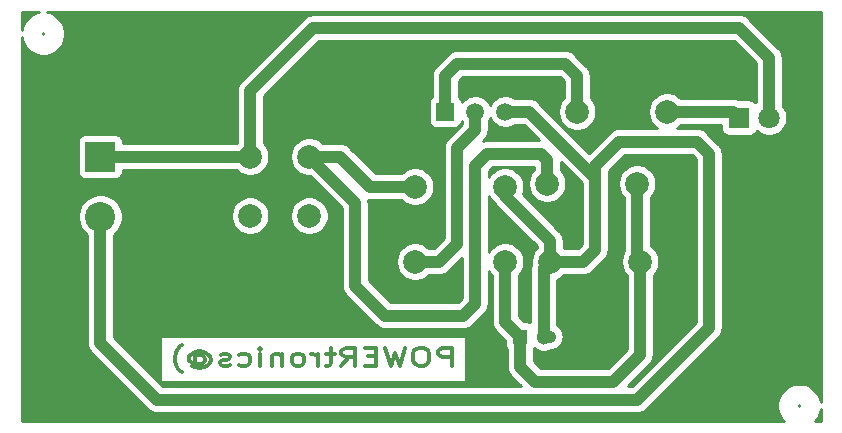
<source format=gbr>
%TF.GenerationSoftware,KiCad,Pcbnew,(5.1.6)-1*%
%TF.CreationDate,2020-09-07T11:51:13+05:30*%
%TF.ProjectId,fading led lights,66616469-6e67-4206-9c65-64206c696768,rev?*%
%TF.SameCoordinates,Original*%
%TF.FileFunction,Copper,L2,Bot*%
%TF.FilePolarity,Positive*%
%FSLAX46Y46*%
G04 Gerber Fmt 4.6, Leading zero omitted, Abs format (unit mm)*
G04 Created by KiCad (PCBNEW (5.1.6)-1) date 2020-09-07 11:51:13*
%MOMM*%
%LPD*%
G01*
G04 APERTURE LIST*
%TA.AperFunction,NonConductor*%
%ADD10C,0.300000*%
%TD*%
%TA.AperFunction,ComponentPad*%
%ADD11R,1.300000X1.300000*%
%TD*%
%TA.AperFunction,ComponentPad*%
%ADD12C,1.300000*%
%TD*%
%TA.AperFunction,ComponentPad*%
%ADD13R,1.800000X1.800000*%
%TD*%
%TA.AperFunction,ComponentPad*%
%ADD14C,1.800000*%
%TD*%
%TA.AperFunction,ComponentPad*%
%ADD15R,2.540000X2.540000*%
%TD*%
%TA.AperFunction,ComponentPad*%
%ADD16C,2.540000*%
%TD*%
%TA.AperFunction,ComponentPad*%
%ADD17C,1.520000*%
%TD*%
%TA.AperFunction,ComponentPad*%
%ADD18R,1.520000X1.520000*%
%TD*%
%TA.AperFunction,ComponentPad*%
%ADD19C,1.998980*%
%TD*%
%TA.AperFunction,ComponentPad*%
%ADD20C,2.000000*%
%TD*%
%TA.AperFunction,Conductor*%
%ADD21C,1.000000*%
%TD*%
%TA.AperFunction,NonConductor*%
%ADD22C,0.254000*%
%TD*%
G04 APERTURE END LIST*
D10*
X145318285Y-110406571D02*
X145318285Y-108906571D01*
X144556380Y-108906571D01*
X144365904Y-108978000D01*
X144270666Y-109049428D01*
X144175428Y-109192285D01*
X144175428Y-109406571D01*
X144270666Y-109549428D01*
X144365904Y-109620857D01*
X144556380Y-109692285D01*
X145318285Y-109692285D01*
X142937333Y-108906571D02*
X142556380Y-108906571D01*
X142365904Y-108978000D01*
X142175428Y-109120857D01*
X142080190Y-109406571D01*
X142080190Y-109906571D01*
X142175428Y-110192285D01*
X142365904Y-110335142D01*
X142556380Y-110406571D01*
X142937333Y-110406571D01*
X143127809Y-110335142D01*
X143318285Y-110192285D01*
X143413523Y-109906571D01*
X143413523Y-109406571D01*
X143318285Y-109120857D01*
X143127809Y-108978000D01*
X142937333Y-108906571D01*
X141413523Y-108906571D02*
X140937333Y-110406571D01*
X140556380Y-109335142D01*
X140175428Y-110406571D01*
X139699238Y-108906571D01*
X138937333Y-109620857D02*
X138270666Y-109620857D01*
X137984952Y-110406571D02*
X138937333Y-110406571D01*
X138937333Y-108906571D01*
X137984952Y-108906571D01*
X135984952Y-110406571D02*
X136651619Y-109692285D01*
X137127809Y-110406571D02*
X137127809Y-108906571D01*
X136365904Y-108906571D01*
X136175428Y-108978000D01*
X136080190Y-109049428D01*
X135984952Y-109192285D01*
X135984952Y-109406571D01*
X136080190Y-109549428D01*
X136175428Y-109620857D01*
X136365904Y-109692285D01*
X137127809Y-109692285D01*
X135413523Y-109406571D02*
X134651619Y-109406571D01*
X135127809Y-108906571D02*
X135127809Y-110192285D01*
X135032571Y-110335142D01*
X134842095Y-110406571D01*
X134651619Y-110406571D01*
X133984952Y-110406571D02*
X133984952Y-109406571D01*
X133984952Y-109692285D02*
X133889714Y-109549428D01*
X133794476Y-109478000D01*
X133604000Y-109406571D01*
X133413523Y-109406571D01*
X132461142Y-110406571D02*
X132651619Y-110335142D01*
X132746857Y-110263714D01*
X132842095Y-110120857D01*
X132842095Y-109692285D01*
X132746857Y-109549428D01*
X132651619Y-109478000D01*
X132461142Y-109406571D01*
X132175428Y-109406571D01*
X131984952Y-109478000D01*
X131889714Y-109549428D01*
X131794476Y-109692285D01*
X131794476Y-110120857D01*
X131889714Y-110263714D01*
X131984952Y-110335142D01*
X132175428Y-110406571D01*
X132461142Y-110406571D01*
X130937333Y-109406571D02*
X130937333Y-110406571D01*
X130937333Y-109549428D02*
X130842095Y-109478000D01*
X130651619Y-109406571D01*
X130365904Y-109406571D01*
X130175428Y-109478000D01*
X130080190Y-109620857D01*
X130080190Y-110406571D01*
X129127809Y-110406571D02*
X129127809Y-109406571D01*
X129127809Y-108906571D02*
X129223047Y-108978000D01*
X129127809Y-109049428D01*
X129032571Y-108978000D01*
X129127809Y-108906571D01*
X129127809Y-109049428D01*
X127318285Y-110335142D02*
X127508761Y-110406571D01*
X127889714Y-110406571D01*
X128080190Y-110335142D01*
X128175428Y-110263714D01*
X128270666Y-110120857D01*
X128270666Y-109692285D01*
X128175428Y-109549428D01*
X128080190Y-109478000D01*
X127889714Y-109406571D01*
X127508761Y-109406571D01*
X127318285Y-109478000D01*
X126556380Y-110335142D02*
X126365904Y-110406571D01*
X125984952Y-110406571D01*
X125794476Y-110335142D01*
X125699238Y-110192285D01*
X125699238Y-110120857D01*
X125794476Y-109978000D01*
X125984952Y-109906571D01*
X126270666Y-109906571D01*
X126461142Y-109835142D01*
X126556380Y-109692285D01*
X126556380Y-109620857D01*
X126461142Y-109478000D01*
X126270666Y-109406571D01*
X125984952Y-109406571D01*
X125794476Y-109478000D01*
X123604000Y-109692285D02*
X123699238Y-109620857D01*
X123889714Y-109549428D01*
X124080190Y-109549428D01*
X124270666Y-109620857D01*
X124365904Y-109692285D01*
X124461142Y-109835142D01*
X124461142Y-109978000D01*
X124365904Y-110120857D01*
X124270666Y-110192285D01*
X124080190Y-110263714D01*
X123889714Y-110263714D01*
X123699238Y-110192285D01*
X123604000Y-110120857D01*
X123604000Y-109549428D02*
X123604000Y-110120857D01*
X123508761Y-110192285D01*
X123413523Y-110192285D01*
X123223047Y-110120857D01*
X123127809Y-109978000D01*
X123127809Y-109620857D01*
X123318285Y-109406571D01*
X123604000Y-109263714D01*
X123984952Y-109192285D01*
X124365904Y-109263714D01*
X124651619Y-109406571D01*
X124842095Y-109620857D01*
X124937333Y-109906571D01*
X124842095Y-110192285D01*
X124651619Y-110406571D01*
X124365904Y-110549428D01*
X123984952Y-110620857D01*
X123604000Y-110549428D01*
X123318285Y-110406571D01*
X122461142Y-110978000D02*
X122365904Y-110906571D01*
X122175428Y-110692285D01*
X122080190Y-110549428D01*
X121984952Y-110335142D01*
X121889714Y-109978000D01*
X121889714Y-109692285D01*
X121984952Y-109335142D01*
X122080190Y-109120857D01*
X122175428Y-108978000D01*
X122365904Y-108763714D01*
X122461142Y-108692285D01*
D11*
%TO.P,C1,1*%
%TO.N,Net-(C1-Pad1)*%
X151130000Y-107950000D03*
D12*
%TO.P,C1,2*%
%TO.N,Net-(C1-Pad2)*%
X153130000Y-107950000D03*
%TD*%
D13*
%TO.P,D1,1*%
%TO.N,Net-(D1-Pad1)*%
X169672000Y-89408000D03*
D14*
%TO.P,D1,2*%
%TO.N,Net-(D1-Pad2)*%
X172212000Y-89408000D03*
%TD*%
D15*
%TO.P,J1,1*%
%TO.N,Net-(D1-Pad2)*%
X115570000Y-92710000D03*
D16*
%TO.P,J1,2*%
%TO.N,Net-(C1-Pad2)*%
X115570000Y-97790000D03*
%TD*%
D17*
%TO.P,Q1,2*%
%TO.N,Net-(Q1-Pad2)*%
X147320000Y-88900000D03*
%TO.P,Q1,3*%
%TO.N,Net-(C1-Pad2)*%
X149860000Y-88900000D03*
D18*
%TO.P,Q1,1*%
%TO.N,Net-(Q1-Pad1)*%
X144780000Y-88900000D03*
%TD*%
D19*
%TO.P,R1,1*%
%TO.N,Net-(R1-Pad1)*%
X142240000Y-95250000D03*
%TO.P,R1,2*%
%TO.N,Net-(C1-Pad2)*%
X149860000Y-95250000D03*
%TD*%
%TO.P,R2,1*%
%TO.N,Net-(C1-Pad1)*%
X161036000Y-94996000D03*
%TO.P,R2,2*%
%TO.N,Net-(R1-Pad1)*%
X153416000Y-94996000D03*
%TD*%
%TO.P,R3,1*%
%TO.N,Net-(C1-Pad1)*%
X161290000Y-101600000D03*
%TO.P,R3,2*%
%TO.N,Net-(C1-Pad2)*%
X153670000Y-101600000D03*
%TD*%
%TO.P,R4,1*%
%TO.N,Net-(Q1-Pad2)*%
X142240000Y-101600000D03*
%TO.P,R4,2*%
%TO.N,Net-(C1-Pad1)*%
X149860000Y-101600000D03*
%TD*%
%TO.P,R5,1*%
%TO.N,Net-(D1-Pad1)*%
X163576000Y-88900000D03*
%TO.P,R5,2*%
%TO.N,Net-(Q1-Pad1)*%
X155956000Y-88900000D03*
%TD*%
D20*
%TO.P,SW1,1*%
%TO.N,Net-(D1-Pad2)*%
X128270000Y-92710000D03*
%TO.P,SW1,2*%
%TO.N,Net-(R1-Pad1)*%
X133270000Y-92710000D03*
%TO.P,SW1,4*%
%TO.N,N/C*%
X133270000Y-97710000D03*
%TO.P,SW1,3*%
X128270000Y-97710000D03*
%TD*%
D21*
%TO.N,Net-(C1-Pad1)*%
X161036000Y-94996000D02*
X161036000Y-101346000D01*
X161036000Y-101346000D02*
X161290000Y-101600000D01*
X151130000Y-107950000D02*
X151130000Y-110490000D01*
X161290000Y-109474000D02*
X161290000Y-101600000D01*
X159004000Y-111760000D02*
X161290000Y-109474000D01*
X152400000Y-111760000D02*
X159004000Y-111760000D01*
X151130000Y-110490000D02*
X152400000Y-111760000D01*
X149860000Y-101600000D02*
X149860000Y-106680000D01*
X149860000Y-106680000D02*
X151130000Y-107950000D01*
%TO.N,Net-(C1-Pad2)*%
X157480000Y-94488000D02*
X157480000Y-93472000D01*
X115570000Y-108458000D02*
X115570000Y-97790000D01*
X120396000Y-113284000D02*
X115570000Y-108458000D01*
X161036000Y-113284000D02*
X120396000Y-113284000D01*
X167132000Y-107188000D02*
X161036000Y-113284000D01*
X167132000Y-92456000D02*
X167132000Y-107188000D01*
X166116000Y-91440000D02*
X167132000Y-92456000D01*
X159512000Y-91440000D02*
X166116000Y-91440000D01*
X157480000Y-93472000D02*
X159512000Y-91440000D01*
X149860000Y-88900000D02*
X151892000Y-88900000D01*
X153130000Y-107950000D02*
X153130000Y-102140000D01*
X153130000Y-102140000D02*
X153670000Y-101600000D01*
X153130000Y-107950000D02*
X153670000Y-107950000D01*
X153670000Y-101600000D02*
X156464000Y-101600000D01*
X157480000Y-94488000D02*
X151892000Y-88900000D01*
X157480000Y-100584000D02*
X157480000Y-94488000D01*
X156464000Y-101600000D02*
X157480000Y-100584000D01*
X153130000Y-102140000D02*
X153670000Y-101600000D01*
X149860000Y-95250000D02*
X149860000Y-96012000D01*
X149860000Y-96012000D02*
X153670000Y-99822000D01*
X153670000Y-99822000D02*
X153670000Y-101600000D01*
%TO.N,Net-(D1-Pad1)*%
X163576000Y-88900000D02*
X169164000Y-88900000D01*
X169164000Y-88900000D02*
X169672000Y-89408000D01*
%TO.N,Net-(D1-Pad2)*%
X128270000Y-92710000D02*
X128270000Y-87122000D01*
X172212000Y-84328000D02*
X172212000Y-89408000D01*
X169672000Y-81788000D02*
X172212000Y-84328000D01*
X133604000Y-81788000D02*
X169672000Y-81788000D01*
X128270000Y-87122000D02*
X133604000Y-81788000D01*
X128270000Y-92710000D02*
X115570000Y-92710000D01*
%TO.N,Net-(Q1-Pad2)*%
X142240000Y-101600000D02*
X144272000Y-101600000D01*
X147320000Y-90424000D02*
X147320000Y-88900000D01*
X145796000Y-91948000D02*
X147320000Y-90424000D01*
X145796000Y-100076000D02*
X145796000Y-91948000D01*
X144272000Y-101600000D02*
X145796000Y-100076000D01*
%TO.N,Net-(Q1-Pad1)*%
X155956000Y-88900000D02*
X155956000Y-85852000D01*
X144780000Y-85852000D02*
X144780000Y-88900000D01*
X145796000Y-84836000D02*
X144780000Y-85852000D01*
X154940000Y-84836000D02*
X145796000Y-84836000D01*
X155956000Y-85852000D02*
X154940000Y-84836000D01*
%TO.N,Net-(R1-Pad1)*%
X153416000Y-94996000D02*
X153416000Y-92964000D01*
X137160000Y-96600000D02*
X133270000Y-92710000D01*
X137160000Y-103632000D02*
X137160000Y-96600000D01*
X139700000Y-106172000D02*
X137160000Y-103632000D01*
X146304000Y-106172000D02*
X139700000Y-106172000D01*
X147320000Y-105156000D02*
X146304000Y-106172000D01*
X147320000Y-93472000D02*
X147320000Y-105156000D01*
X148336000Y-92456000D02*
X147320000Y-93472000D01*
X152908000Y-92456000D02*
X148336000Y-92456000D01*
X153416000Y-92964000D02*
X152908000Y-92456000D01*
X142240000Y-95250000D02*
X138430000Y-95250000D01*
X135890000Y-92710000D02*
X133270000Y-92710000D01*
X138430000Y-95250000D02*
X135890000Y-92710000D01*
%TD*%
D22*
G36*
X176582000Y-115114000D02*
G01*
X176056107Y-115114000D01*
X176194378Y-114975729D01*
X176397597Y-114671590D01*
X176537577Y-114333649D01*
X176582000Y-114110319D01*
X176582000Y-115114000D01*
G37*
X176582000Y-115114000D02*
X176056107Y-115114000D01*
X176194378Y-114975729D01*
X176397597Y-114671590D01*
X176537577Y-114333649D01*
X176582000Y-114110319D01*
X176582000Y-115114000D01*
G36*
X176582000Y-113473681D02*
G01*
X176537577Y-113250351D01*
X176397597Y-112912410D01*
X176194378Y-112608271D01*
X175935729Y-112349622D01*
X175631590Y-112146403D01*
X175293649Y-112006423D01*
X174934892Y-111935062D01*
X174569108Y-111935062D01*
X174210351Y-112006423D01*
X173872410Y-112146403D01*
X173568271Y-112349622D01*
X173309622Y-112608271D01*
X173106403Y-112912410D01*
X172966423Y-113250351D01*
X172895062Y-113609108D01*
X172895062Y-113974892D01*
X172966423Y-114333649D01*
X173106403Y-114671590D01*
X173309622Y-114975729D01*
X173447893Y-115114000D01*
X108914000Y-115114000D01*
X108914000Y-91440000D01*
X113661928Y-91440000D01*
X113661928Y-93980000D01*
X113674188Y-94104482D01*
X113710498Y-94224180D01*
X113769463Y-94334494D01*
X113848815Y-94431185D01*
X113945506Y-94510537D01*
X114055820Y-94569502D01*
X114175518Y-94605812D01*
X114300000Y-94618072D01*
X116840000Y-94618072D01*
X116964482Y-94605812D01*
X117084180Y-94569502D01*
X117194494Y-94510537D01*
X117291185Y-94431185D01*
X117370537Y-94334494D01*
X117429502Y-94224180D01*
X117465812Y-94104482D01*
X117478072Y-93980000D01*
X117478072Y-93845000D01*
X127092761Y-93845000D01*
X127227748Y-93979987D01*
X127495537Y-94158918D01*
X127793088Y-94282168D01*
X128108967Y-94345000D01*
X128431033Y-94345000D01*
X128746912Y-94282168D01*
X129044463Y-94158918D01*
X129312252Y-93979987D01*
X129539987Y-93752252D01*
X129718918Y-93484463D01*
X129842168Y-93186912D01*
X129905000Y-92871033D01*
X129905000Y-92548967D01*
X129842168Y-92233088D01*
X129718918Y-91935537D01*
X129539987Y-91667748D01*
X129405000Y-91532761D01*
X129405000Y-87592131D01*
X134074132Y-82923000D01*
X169201869Y-82923000D01*
X171077000Y-84798132D01*
X171077001Y-88122390D01*
X171023185Y-88056815D01*
X170926494Y-87977463D01*
X170816180Y-87918498D01*
X170696482Y-87882188D01*
X170572000Y-87869928D01*
X169644607Y-87869928D01*
X169600447Y-87846324D01*
X169386499Y-87781423D01*
X169219752Y-87765000D01*
X169219751Y-87765000D01*
X169164000Y-87759509D01*
X169108249Y-87765000D01*
X164752519Y-87765000D01*
X164617927Y-87630408D01*
X164350222Y-87451533D01*
X164052763Y-87328322D01*
X163736983Y-87265510D01*
X163415017Y-87265510D01*
X163099237Y-87328322D01*
X162801778Y-87451533D01*
X162534073Y-87630408D01*
X162306408Y-87858073D01*
X162127533Y-88125778D01*
X162004322Y-88423237D01*
X161941510Y-88739017D01*
X161941510Y-89060983D01*
X162004322Y-89376763D01*
X162127533Y-89674222D01*
X162306408Y-89941927D01*
X162534073Y-90169592D01*
X162736725Y-90305000D01*
X159567751Y-90305000D01*
X159512000Y-90299509D01*
X159456248Y-90305000D01*
X159289501Y-90321423D01*
X159075553Y-90386324D01*
X158878377Y-90491716D01*
X158705551Y-90633551D01*
X158670009Y-90676859D01*
X156972000Y-92374869D01*
X152733996Y-88136865D01*
X152698449Y-88093551D01*
X152525623Y-87951716D01*
X152328447Y-87846324D01*
X152114499Y-87781423D01*
X151947752Y-87765000D01*
X151947751Y-87765000D01*
X151892000Y-87759509D01*
X151836249Y-87765000D01*
X150672286Y-87765000D01*
X150520780Y-87663767D01*
X150266907Y-87558609D01*
X149997396Y-87505000D01*
X149722604Y-87505000D01*
X149453093Y-87558609D01*
X149199220Y-87663767D01*
X148970739Y-87816433D01*
X148776433Y-88010739D01*
X148623767Y-88239220D01*
X148590000Y-88320740D01*
X148556233Y-88239220D01*
X148403567Y-88010739D01*
X148209261Y-87816433D01*
X147980780Y-87663767D01*
X147726907Y-87558609D01*
X147457396Y-87505000D01*
X147182604Y-87505000D01*
X146913093Y-87558609D01*
X146659220Y-87663767D01*
X146430739Y-87816433D01*
X146236433Y-88010739D01*
X146174474Y-88103467D01*
X146165812Y-88015518D01*
X146129502Y-87895820D01*
X146070537Y-87785506D01*
X145991185Y-87688815D01*
X145915000Y-87626292D01*
X145915000Y-86322131D01*
X146266132Y-85971000D01*
X154469869Y-85971000D01*
X154821001Y-86322132D01*
X154821000Y-87723481D01*
X154686408Y-87858073D01*
X154507533Y-88125778D01*
X154384322Y-88423237D01*
X154321510Y-88739017D01*
X154321510Y-89060983D01*
X154384322Y-89376763D01*
X154507533Y-89674222D01*
X154686408Y-89941927D01*
X154914073Y-90169592D01*
X155181778Y-90348467D01*
X155479237Y-90471678D01*
X155795017Y-90534490D01*
X156116983Y-90534490D01*
X156432763Y-90471678D01*
X156730222Y-90348467D01*
X156997927Y-90169592D01*
X157225592Y-89941927D01*
X157404467Y-89674222D01*
X157527678Y-89376763D01*
X157590490Y-89060983D01*
X157590490Y-88739017D01*
X157527678Y-88423237D01*
X157404467Y-88125778D01*
X157225592Y-87858073D01*
X157091000Y-87723481D01*
X157091000Y-85907751D01*
X157096491Y-85852000D01*
X157074577Y-85629501D01*
X157009676Y-85415553D01*
X156991568Y-85381675D01*
X156904284Y-85218377D01*
X156762449Y-85045551D01*
X156719140Y-85010008D01*
X155781996Y-84072864D01*
X155746449Y-84029551D01*
X155573623Y-83887716D01*
X155376447Y-83782324D01*
X155162499Y-83717423D01*
X154995752Y-83701000D01*
X154995751Y-83701000D01*
X154940000Y-83695509D01*
X154884249Y-83701000D01*
X145851751Y-83701000D01*
X145796000Y-83695509D01*
X145740248Y-83701000D01*
X145573501Y-83717423D01*
X145359553Y-83782324D01*
X145162377Y-83887716D01*
X144989551Y-84029551D01*
X144954008Y-84072860D01*
X144016864Y-85010004D01*
X143973551Y-85045551D01*
X143831716Y-85218377D01*
X143726325Y-85415553D01*
X143726324Y-85415554D01*
X143661423Y-85629502D01*
X143639509Y-85852000D01*
X143645000Y-85907752D01*
X143645001Y-87626291D01*
X143568815Y-87688815D01*
X143489463Y-87785506D01*
X143430498Y-87895820D01*
X143394188Y-88015518D01*
X143381928Y-88140000D01*
X143381928Y-89660000D01*
X143394188Y-89784482D01*
X143430498Y-89904180D01*
X143489463Y-90014494D01*
X143568815Y-90111185D01*
X143665506Y-90190537D01*
X143775820Y-90249502D01*
X143895518Y-90285812D01*
X144020000Y-90298072D01*
X145540000Y-90298072D01*
X145664482Y-90285812D01*
X145784180Y-90249502D01*
X145894494Y-90190537D01*
X145991185Y-90111185D01*
X146070537Y-90014494D01*
X146129502Y-89904180D01*
X146165812Y-89784482D01*
X146174474Y-89696533D01*
X146185000Y-89712286D01*
X146185000Y-89953868D01*
X145032860Y-91106009D01*
X144989552Y-91141551D01*
X144847717Y-91314377D01*
X144800709Y-91402324D01*
X144742324Y-91511554D01*
X144677423Y-91725502D01*
X144655509Y-91948000D01*
X144661001Y-92003761D01*
X144661000Y-99605868D01*
X143801869Y-100465000D01*
X143416519Y-100465000D01*
X143281927Y-100330408D01*
X143014222Y-100151533D01*
X142716763Y-100028322D01*
X142400983Y-99965510D01*
X142079017Y-99965510D01*
X141763237Y-100028322D01*
X141465778Y-100151533D01*
X141198073Y-100330408D01*
X140970408Y-100558073D01*
X140791533Y-100825778D01*
X140668322Y-101123237D01*
X140605510Y-101439017D01*
X140605510Y-101760983D01*
X140668322Y-102076763D01*
X140791533Y-102374222D01*
X140970408Y-102641927D01*
X141198073Y-102869592D01*
X141465778Y-103048467D01*
X141763237Y-103171678D01*
X142079017Y-103234490D01*
X142400983Y-103234490D01*
X142716763Y-103171678D01*
X143014222Y-103048467D01*
X143281927Y-102869592D01*
X143416519Y-102735000D01*
X144216249Y-102735000D01*
X144272000Y-102740491D01*
X144327751Y-102735000D01*
X144327752Y-102735000D01*
X144494499Y-102718577D01*
X144708447Y-102653676D01*
X144905623Y-102548284D01*
X145078449Y-102406449D01*
X145113996Y-102363135D01*
X146185001Y-101292131D01*
X146185001Y-104685867D01*
X145833869Y-105037000D01*
X140170132Y-105037000D01*
X138295000Y-103161869D01*
X138295000Y-96655752D01*
X138300491Y-96600000D01*
X138285565Y-96448447D01*
X138278577Y-96377501D01*
X138277975Y-96375518D01*
X138374248Y-96385000D01*
X138374257Y-96385000D01*
X138429999Y-96390490D01*
X138485741Y-96385000D01*
X141063481Y-96385000D01*
X141198073Y-96519592D01*
X141465778Y-96698467D01*
X141763237Y-96821678D01*
X142079017Y-96884490D01*
X142400983Y-96884490D01*
X142716763Y-96821678D01*
X143014222Y-96698467D01*
X143281927Y-96519592D01*
X143509592Y-96291927D01*
X143688467Y-96024222D01*
X143811678Y-95726763D01*
X143874490Y-95410983D01*
X143874490Y-95089017D01*
X143811678Y-94773237D01*
X143688467Y-94475778D01*
X143509592Y-94208073D01*
X143281927Y-93980408D01*
X143014222Y-93801533D01*
X142716763Y-93678322D01*
X142400983Y-93615510D01*
X142079017Y-93615510D01*
X141763237Y-93678322D01*
X141465778Y-93801533D01*
X141198073Y-93980408D01*
X141063481Y-94115000D01*
X138900132Y-94115000D01*
X136731996Y-91946865D01*
X136696449Y-91903551D01*
X136523623Y-91761716D01*
X136326447Y-91656324D01*
X136112499Y-91591423D01*
X135945752Y-91575000D01*
X135945751Y-91575000D01*
X135890000Y-91569509D01*
X135834249Y-91575000D01*
X134447239Y-91575000D01*
X134312252Y-91440013D01*
X134044463Y-91261082D01*
X133746912Y-91137832D01*
X133431033Y-91075000D01*
X133108967Y-91075000D01*
X132793088Y-91137832D01*
X132495537Y-91261082D01*
X132227748Y-91440013D01*
X132000013Y-91667748D01*
X131821082Y-91935537D01*
X131697832Y-92233088D01*
X131635000Y-92548967D01*
X131635000Y-92871033D01*
X131697832Y-93186912D01*
X131821082Y-93484463D01*
X132000013Y-93752252D01*
X132227748Y-93979987D01*
X132495537Y-94158918D01*
X132793088Y-94282168D01*
X133108967Y-94345000D01*
X133299869Y-94345000D01*
X136025001Y-97070133D01*
X136025000Y-103576248D01*
X136019509Y-103632000D01*
X136025000Y-103687751D01*
X136041423Y-103854498D01*
X136106324Y-104068446D01*
X136211716Y-104265623D01*
X136353551Y-104438449D01*
X136396865Y-104473996D01*
X138858009Y-106935141D01*
X138893551Y-106978449D01*
X139066377Y-107120284D01*
X139263553Y-107225676D01*
X139477501Y-107290577D01*
X139644248Y-107307000D01*
X139644257Y-107307000D01*
X139699999Y-107312490D01*
X139755741Y-107307000D01*
X146248249Y-107307000D01*
X146304000Y-107312491D01*
X146359751Y-107307000D01*
X146359752Y-107307000D01*
X146526499Y-107290577D01*
X146740447Y-107225676D01*
X146937623Y-107120284D01*
X147110449Y-106978449D01*
X147145996Y-106935136D01*
X148083140Y-105997992D01*
X148126449Y-105962449D01*
X148268284Y-105789623D01*
X148373676Y-105592447D01*
X148438577Y-105378499D01*
X148455000Y-105211752D01*
X148460491Y-105156000D01*
X148455000Y-105100249D01*
X148455000Y-102439275D01*
X148590408Y-102641927D01*
X148725000Y-102776519D01*
X148725001Y-106624239D01*
X148719509Y-106680000D01*
X148741423Y-106902498D01*
X148806324Y-107116446D01*
X148855384Y-107208230D01*
X148911717Y-107313623D01*
X149053552Y-107486449D01*
X149096860Y-107521991D01*
X149841928Y-108267060D01*
X149841928Y-108600000D01*
X149854188Y-108724482D01*
X149890498Y-108844180D01*
X149949463Y-108954494D01*
X149995000Y-109009982D01*
X149995001Y-110434239D01*
X149989509Y-110490000D01*
X150011423Y-110712498D01*
X150076324Y-110926446D01*
X150076325Y-110926447D01*
X150181717Y-111123623D01*
X150323552Y-111296449D01*
X150366860Y-111331991D01*
X151183868Y-112149000D01*
X120866133Y-112149000D01*
X116705000Y-107987869D01*
X116705000Y-107938000D01*
X120628524Y-107938000D01*
X120628524Y-111758000D01*
X146579476Y-111758000D01*
X146579476Y-107938000D01*
X120628524Y-107938000D01*
X116705000Y-107938000D01*
X116705000Y-99322741D01*
X116784366Y-99269710D01*
X117049710Y-99004366D01*
X117258189Y-98692356D01*
X117401791Y-98345668D01*
X117475000Y-97977626D01*
X117475000Y-97602374D01*
X117464377Y-97548967D01*
X126635000Y-97548967D01*
X126635000Y-97871033D01*
X126697832Y-98186912D01*
X126821082Y-98484463D01*
X127000013Y-98752252D01*
X127227748Y-98979987D01*
X127495537Y-99158918D01*
X127793088Y-99282168D01*
X128108967Y-99345000D01*
X128431033Y-99345000D01*
X128746912Y-99282168D01*
X129044463Y-99158918D01*
X129312252Y-98979987D01*
X129539987Y-98752252D01*
X129718918Y-98484463D01*
X129842168Y-98186912D01*
X129905000Y-97871033D01*
X129905000Y-97548967D01*
X131635000Y-97548967D01*
X131635000Y-97871033D01*
X131697832Y-98186912D01*
X131821082Y-98484463D01*
X132000013Y-98752252D01*
X132227748Y-98979987D01*
X132495537Y-99158918D01*
X132793088Y-99282168D01*
X133108967Y-99345000D01*
X133431033Y-99345000D01*
X133746912Y-99282168D01*
X134044463Y-99158918D01*
X134312252Y-98979987D01*
X134539987Y-98752252D01*
X134718918Y-98484463D01*
X134842168Y-98186912D01*
X134905000Y-97871033D01*
X134905000Y-97548967D01*
X134842168Y-97233088D01*
X134718918Y-96935537D01*
X134539987Y-96667748D01*
X134312252Y-96440013D01*
X134044463Y-96261082D01*
X133746912Y-96137832D01*
X133431033Y-96075000D01*
X133108967Y-96075000D01*
X132793088Y-96137832D01*
X132495537Y-96261082D01*
X132227748Y-96440013D01*
X132000013Y-96667748D01*
X131821082Y-96935537D01*
X131697832Y-97233088D01*
X131635000Y-97548967D01*
X129905000Y-97548967D01*
X129842168Y-97233088D01*
X129718918Y-96935537D01*
X129539987Y-96667748D01*
X129312252Y-96440013D01*
X129044463Y-96261082D01*
X128746912Y-96137832D01*
X128431033Y-96075000D01*
X128108967Y-96075000D01*
X127793088Y-96137832D01*
X127495537Y-96261082D01*
X127227748Y-96440013D01*
X127000013Y-96667748D01*
X126821082Y-96935537D01*
X126697832Y-97233088D01*
X126635000Y-97548967D01*
X117464377Y-97548967D01*
X117401791Y-97234332D01*
X117258189Y-96887644D01*
X117049710Y-96575634D01*
X116784366Y-96310290D01*
X116472356Y-96101811D01*
X116125668Y-95958209D01*
X115757626Y-95885000D01*
X115382374Y-95885000D01*
X115014332Y-95958209D01*
X114667644Y-96101811D01*
X114355634Y-96310290D01*
X114090290Y-96575634D01*
X113881811Y-96887644D01*
X113738209Y-97234332D01*
X113665000Y-97602374D01*
X113665000Y-97977626D01*
X113738209Y-98345668D01*
X113881811Y-98692356D01*
X114090290Y-99004366D01*
X114355634Y-99269710D01*
X114435001Y-99322741D01*
X114435000Y-108402248D01*
X114429509Y-108458000D01*
X114439425Y-108558676D01*
X114451423Y-108680498D01*
X114516324Y-108894446D01*
X114621716Y-109091623D01*
X114763551Y-109264449D01*
X114806865Y-109299996D01*
X119554013Y-114047146D01*
X119589551Y-114090449D01*
X119632854Y-114125987D01*
X119632856Y-114125989D01*
X119762377Y-114232284D01*
X119959553Y-114337676D01*
X120173501Y-114402577D01*
X120396000Y-114424491D01*
X120451752Y-114419000D01*
X160980249Y-114419000D01*
X161036000Y-114424491D01*
X161091751Y-114419000D01*
X161091752Y-114419000D01*
X161258499Y-114402577D01*
X161472447Y-114337676D01*
X161669623Y-114232284D01*
X161842449Y-114090449D01*
X161877996Y-114047135D01*
X167895141Y-108029991D01*
X167938449Y-107994449D01*
X168080284Y-107821623D01*
X168185676Y-107624447D01*
X168250577Y-107410499D01*
X168267000Y-107243752D01*
X168272491Y-107188000D01*
X168267000Y-107132248D01*
X168267000Y-92511751D01*
X168272491Y-92456000D01*
X168250577Y-92233501D01*
X168185676Y-92019553D01*
X168147430Y-91948000D01*
X168080284Y-91822377D01*
X167938449Y-91649551D01*
X167895140Y-91614008D01*
X166957996Y-90676864D01*
X166922449Y-90633551D01*
X166749623Y-90491716D01*
X166552447Y-90386324D01*
X166338499Y-90321423D01*
X166171752Y-90305000D01*
X166171751Y-90305000D01*
X166116000Y-90299509D01*
X166060249Y-90305000D01*
X164415275Y-90305000D01*
X164617927Y-90169592D01*
X164752519Y-90035000D01*
X168133928Y-90035000D01*
X168133928Y-90308000D01*
X168146188Y-90432482D01*
X168182498Y-90552180D01*
X168241463Y-90662494D01*
X168320815Y-90759185D01*
X168417506Y-90838537D01*
X168527820Y-90897502D01*
X168647518Y-90933812D01*
X168772000Y-90946072D01*
X170572000Y-90946072D01*
X170696482Y-90933812D01*
X170816180Y-90897502D01*
X170926494Y-90838537D01*
X171023185Y-90759185D01*
X171102537Y-90662494D01*
X171161502Y-90552180D01*
X171167056Y-90533873D01*
X171233495Y-90600312D01*
X171484905Y-90768299D01*
X171764257Y-90884011D01*
X172060816Y-90943000D01*
X172363184Y-90943000D01*
X172659743Y-90884011D01*
X172939095Y-90768299D01*
X173190505Y-90600312D01*
X173404312Y-90386505D01*
X173572299Y-90135095D01*
X173688011Y-89855743D01*
X173747000Y-89559184D01*
X173747000Y-89256816D01*
X173688011Y-88960257D01*
X173572299Y-88680905D01*
X173404312Y-88429495D01*
X173347000Y-88372183D01*
X173347000Y-84383741D01*
X173352490Y-84327999D01*
X173347000Y-84272257D01*
X173347000Y-84272248D01*
X173330577Y-84105501D01*
X173265676Y-83891553D01*
X173160284Y-83694377D01*
X173018449Y-83521551D01*
X172975141Y-83486009D01*
X170513996Y-81024865D01*
X170478449Y-80981551D01*
X170305623Y-80839716D01*
X170108447Y-80734324D01*
X169894499Y-80669423D01*
X169727752Y-80653000D01*
X169727751Y-80653000D01*
X169672000Y-80647509D01*
X169616249Y-80653000D01*
X133659751Y-80653000D01*
X133603999Y-80647509D01*
X133381500Y-80669423D01*
X133331705Y-80684529D01*
X133167553Y-80734324D01*
X132970377Y-80839716D01*
X132797551Y-80981551D01*
X132762009Y-81024859D01*
X127506860Y-86280009D01*
X127463552Y-86315551D01*
X127321717Y-86488377D01*
X127265384Y-86593770D01*
X127216324Y-86685554D01*
X127151423Y-86899502D01*
X127129509Y-87122000D01*
X127135001Y-87177761D01*
X127135000Y-91532761D01*
X127092761Y-91575000D01*
X117478072Y-91575000D01*
X117478072Y-91440000D01*
X117465812Y-91315518D01*
X117429502Y-91195820D01*
X117370537Y-91085506D01*
X117291185Y-90988815D01*
X117194494Y-90909463D01*
X117084180Y-90850498D01*
X116964482Y-90814188D01*
X116840000Y-90801928D01*
X114300000Y-90801928D01*
X114175518Y-90814188D01*
X114055820Y-90850498D01*
X113945506Y-90909463D01*
X113848815Y-90988815D01*
X113769463Y-91085506D01*
X113710498Y-91195820D01*
X113674188Y-91315518D01*
X113661928Y-91440000D01*
X108914000Y-91440000D01*
X108914000Y-82614319D01*
X108958423Y-82837649D01*
X109098403Y-83175590D01*
X109301622Y-83479729D01*
X109560271Y-83738378D01*
X109864410Y-83941597D01*
X110202351Y-84081577D01*
X110561108Y-84152938D01*
X110926892Y-84152938D01*
X111285649Y-84081577D01*
X111623590Y-83941597D01*
X111927729Y-83738378D01*
X112186378Y-83479729D01*
X112389597Y-83175590D01*
X112529577Y-82837649D01*
X112600938Y-82478892D01*
X112600938Y-82113108D01*
X112529577Y-81754351D01*
X112389597Y-81416410D01*
X112186378Y-81112271D01*
X111927729Y-80853622D01*
X111623590Y-80650403D01*
X111285649Y-80510423D01*
X111062319Y-80466000D01*
X176582001Y-80466000D01*
X176582000Y-113473681D01*
G37*
X176582000Y-113473681D02*
X176537577Y-113250351D01*
X176397597Y-112912410D01*
X176194378Y-112608271D01*
X175935729Y-112349622D01*
X175631590Y-112146403D01*
X175293649Y-112006423D01*
X174934892Y-111935062D01*
X174569108Y-111935062D01*
X174210351Y-112006423D01*
X173872410Y-112146403D01*
X173568271Y-112349622D01*
X173309622Y-112608271D01*
X173106403Y-112912410D01*
X172966423Y-113250351D01*
X172895062Y-113609108D01*
X172895062Y-113974892D01*
X172966423Y-114333649D01*
X173106403Y-114671590D01*
X173309622Y-114975729D01*
X173447893Y-115114000D01*
X108914000Y-115114000D01*
X108914000Y-91440000D01*
X113661928Y-91440000D01*
X113661928Y-93980000D01*
X113674188Y-94104482D01*
X113710498Y-94224180D01*
X113769463Y-94334494D01*
X113848815Y-94431185D01*
X113945506Y-94510537D01*
X114055820Y-94569502D01*
X114175518Y-94605812D01*
X114300000Y-94618072D01*
X116840000Y-94618072D01*
X116964482Y-94605812D01*
X117084180Y-94569502D01*
X117194494Y-94510537D01*
X117291185Y-94431185D01*
X117370537Y-94334494D01*
X117429502Y-94224180D01*
X117465812Y-94104482D01*
X117478072Y-93980000D01*
X117478072Y-93845000D01*
X127092761Y-93845000D01*
X127227748Y-93979987D01*
X127495537Y-94158918D01*
X127793088Y-94282168D01*
X128108967Y-94345000D01*
X128431033Y-94345000D01*
X128746912Y-94282168D01*
X129044463Y-94158918D01*
X129312252Y-93979987D01*
X129539987Y-93752252D01*
X129718918Y-93484463D01*
X129842168Y-93186912D01*
X129905000Y-92871033D01*
X129905000Y-92548967D01*
X129842168Y-92233088D01*
X129718918Y-91935537D01*
X129539987Y-91667748D01*
X129405000Y-91532761D01*
X129405000Y-87592131D01*
X134074132Y-82923000D01*
X169201869Y-82923000D01*
X171077000Y-84798132D01*
X171077001Y-88122390D01*
X171023185Y-88056815D01*
X170926494Y-87977463D01*
X170816180Y-87918498D01*
X170696482Y-87882188D01*
X170572000Y-87869928D01*
X169644607Y-87869928D01*
X169600447Y-87846324D01*
X169386499Y-87781423D01*
X169219752Y-87765000D01*
X169219751Y-87765000D01*
X169164000Y-87759509D01*
X169108249Y-87765000D01*
X164752519Y-87765000D01*
X164617927Y-87630408D01*
X164350222Y-87451533D01*
X164052763Y-87328322D01*
X163736983Y-87265510D01*
X163415017Y-87265510D01*
X163099237Y-87328322D01*
X162801778Y-87451533D01*
X162534073Y-87630408D01*
X162306408Y-87858073D01*
X162127533Y-88125778D01*
X162004322Y-88423237D01*
X161941510Y-88739017D01*
X161941510Y-89060983D01*
X162004322Y-89376763D01*
X162127533Y-89674222D01*
X162306408Y-89941927D01*
X162534073Y-90169592D01*
X162736725Y-90305000D01*
X159567751Y-90305000D01*
X159512000Y-90299509D01*
X159456248Y-90305000D01*
X159289501Y-90321423D01*
X159075553Y-90386324D01*
X158878377Y-90491716D01*
X158705551Y-90633551D01*
X158670009Y-90676859D01*
X156972000Y-92374869D01*
X152733996Y-88136865D01*
X152698449Y-88093551D01*
X152525623Y-87951716D01*
X152328447Y-87846324D01*
X152114499Y-87781423D01*
X151947752Y-87765000D01*
X151947751Y-87765000D01*
X151892000Y-87759509D01*
X151836249Y-87765000D01*
X150672286Y-87765000D01*
X150520780Y-87663767D01*
X150266907Y-87558609D01*
X149997396Y-87505000D01*
X149722604Y-87505000D01*
X149453093Y-87558609D01*
X149199220Y-87663767D01*
X148970739Y-87816433D01*
X148776433Y-88010739D01*
X148623767Y-88239220D01*
X148590000Y-88320740D01*
X148556233Y-88239220D01*
X148403567Y-88010739D01*
X148209261Y-87816433D01*
X147980780Y-87663767D01*
X147726907Y-87558609D01*
X147457396Y-87505000D01*
X147182604Y-87505000D01*
X146913093Y-87558609D01*
X146659220Y-87663767D01*
X146430739Y-87816433D01*
X146236433Y-88010739D01*
X146174474Y-88103467D01*
X146165812Y-88015518D01*
X146129502Y-87895820D01*
X146070537Y-87785506D01*
X145991185Y-87688815D01*
X145915000Y-87626292D01*
X145915000Y-86322131D01*
X146266132Y-85971000D01*
X154469869Y-85971000D01*
X154821001Y-86322132D01*
X154821000Y-87723481D01*
X154686408Y-87858073D01*
X154507533Y-88125778D01*
X154384322Y-88423237D01*
X154321510Y-88739017D01*
X154321510Y-89060983D01*
X154384322Y-89376763D01*
X154507533Y-89674222D01*
X154686408Y-89941927D01*
X154914073Y-90169592D01*
X155181778Y-90348467D01*
X155479237Y-90471678D01*
X155795017Y-90534490D01*
X156116983Y-90534490D01*
X156432763Y-90471678D01*
X156730222Y-90348467D01*
X156997927Y-90169592D01*
X157225592Y-89941927D01*
X157404467Y-89674222D01*
X157527678Y-89376763D01*
X157590490Y-89060983D01*
X157590490Y-88739017D01*
X157527678Y-88423237D01*
X157404467Y-88125778D01*
X157225592Y-87858073D01*
X157091000Y-87723481D01*
X157091000Y-85907751D01*
X157096491Y-85852000D01*
X157074577Y-85629501D01*
X157009676Y-85415553D01*
X156991568Y-85381675D01*
X156904284Y-85218377D01*
X156762449Y-85045551D01*
X156719140Y-85010008D01*
X155781996Y-84072864D01*
X155746449Y-84029551D01*
X155573623Y-83887716D01*
X155376447Y-83782324D01*
X155162499Y-83717423D01*
X154995752Y-83701000D01*
X154995751Y-83701000D01*
X154940000Y-83695509D01*
X154884249Y-83701000D01*
X145851751Y-83701000D01*
X145796000Y-83695509D01*
X145740248Y-83701000D01*
X145573501Y-83717423D01*
X145359553Y-83782324D01*
X145162377Y-83887716D01*
X144989551Y-84029551D01*
X144954008Y-84072860D01*
X144016864Y-85010004D01*
X143973551Y-85045551D01*
X143831716Y-85218377D01*
X143726325Y-85415553D01*
X143726324Y-85415554D01*
X143661423Y-85629502D01*
X143639509Y-85852000D01*
X143645000Y-85907752D01*
X143645001Y-87626291D01*
X143568815Y-87688815D01*
X143489463Y-87785506D01*
X143430498Y-87895820D01*
X143394188Y-88015518D01*
X143381928Y-88140000D01*
X143381928Y-89660000D01*
X143394188Y-89784482D01*
X143430498Y-89904180D01*
X143489463Y-90014494D01*
X143568815Y-90111185D01*
X143665506Y-90190537D01*
X143775820Y-90249502D01*
X143895518Y-90285812D01*
X144020000Y-90298072D01*
X145540000Y-90298072D01*
X145664482Y-90285812D01*
X145784180Y-90249502D01*
X145894494Y-90190537D01*
X145991185Y-90111185D01*
X146070537Y-90014494D01*
X146129502Y-89904180D01*
X146165812Y-89784482D01*
X146174474Y-89696533D01*
X146185000Y-89712286D01*
X146185000Y-89953868D01*
X145032860Y-91106009D01*
X144989552Y-91141551D01*
X144847717Y-91314377D01*
X144800709Y-91402324D01*
X144742324Y-91511554D01*
X144677423Y-91725502D01*
X144655509Y-91948000D01*
X144661001Y-92003761D01*
X144661000Y-99605868D01*
X143801869Y-100465000D01*
X143416519Y-100465000D01*
X143281927Y-100330408D01*
X143014222Y-100151533D01*
X142716763Y-100028322D01*
X142400983Y-99965510D01*
X142079017Y-99965510D01*
X141763237Y-100028322D01*
X141465778Y-100151533D01*
X141198073Y-100330408D01*
X140970408Y-100558073D01*
X140791533Y-100825778D01*
X140668322Y-101123237D01*
X140605510Y-101439017D01*
X140605510Y-101760983D01*
X140668322Y-102076763D01*
X140791533Y-102374222D01*
X140970408Y-102641927D01*
X141198073Y-102869592D01*
X141465778Y-103048467D01*
X141763237Y-103171678D01*
X142079017Y-103234490D01*
X142400983Y-103234490D01*
X142716763Y-103171678D01*
X143014222Y-103048467D01*
X143281927Y-102869592D01*
X143416519Y-102735000D01*
X144216249Y-102735000D01*
X144272000Y-102740491D01*
X144327751Y-102735000D01*
X144327752Y-102735000D01*
X144494499Y-102718577D01*
X144708447Y-102653676D01*
X144905623Y-102548284D01*
X145078449Y-102406449D01*
X145113996Y-102363135D01*
X146185001Y-101292131D01*
X146185001Y-104685867D01*
X145833869Y-105037000D01*
X140170132Y-105037000D01*
X138295000Y-103161869D01*
X138295000Y-96655752D01*
X138300491Y-96600000D01*
X138285565Y-96448447D01*
X138278577Y-96377501D01*
X138277975Y-96375518D01*
X138374248Y-96385000D01*
X138374257Y-96385000D01*
X138429999Y-96390490D01*
X138485741Y-96385000D01*
X141063481Y-96385000D01*
X141198073Y-96519592D01*
X141465778Y-96698467D01*
X141763237Y-96821678D01*
X142079017Y-96884490D01*
X142400983Y-96884490D01*
X142716763Y-96821678D01*
X143014222Y-96698467D01*
X143281927Y-96519592D01*
X143509592Y-96291927D01*
X143688467Y-96024222D01*
X143811678Y-95726763D01*
X143874490Y-95410983D01*
X143874490Y-95089017D01*
X143811678Y-94773237D01*
X143688467Y-94475778D01*
X143509592Y-94208073D01*
X143281927Y-93980408D01*
X143014222Y-93801533D01*
X142716763Y-93678322D01*
X142400983Y-93615510D01*
X142079017Y-93615510D01*
X141763237Y-93678322D01*
X141465778Y-93801533D01*
X141198073Y-93980408D01*
X141063481Y-94115000D01*
X138900132Y-94115000D01*
X136731996Y-91946865D01*
X136696449Y-91903551D01*
X136523623Y-91761716D01*
X136326447Y-91656324D01*
X136112499Y-91591423D01*
X135945752Y-91575000D01*
X135945751Y-91575000D01*
X135890000Y-91569509D01*
X135834249Y-91575000D01*
X134447239Y-91575000D01*
X134312252Y-91440013D01*
X134044463Y-91261082D01*
X133746912Y-91137832D01*
X133431033Y-91075000D01*
X133108967Y-91075000D01*
X132793088Y-91137832D01*
X132495537Y-91261082D01*
X132227748Y-91440013D01*
X132000013Y-91667748D01*
X131821082Y-91935537D01*
X131697832Y-92233088D01*
X131635000Y-92548967D01*
X131635000Y-92871033D01*
X131697832Y-93186912D01*
X131821082Y-93484463D01*
X132000013Y-93752252D01*
X132227748Y-93979987D01*
X132495537Y-94158918D01*
X132793088Y-94282168D01*
X133108967Y-94345000D01*
X133299869Y-94345000D01*
X136025001Y-97070133D01*
X136025000Y-103576248D01*
X136019509Y-103632000D01*
X136025000Y-103687751D01*
X136041423Y-103854498D01*
X136106324Y-104068446D01*
X136211716Y-104265623D01*
X136353551Y-104438449D01*
X136396865Y-104473996D01*
X138858009Y-106935141D01*
X138893551Y-106978449D01*
X139066377Y-107120284D01*
X139263553Y-107225676D01*
X139477501Y-107290577D01*
X139644248Y-107307000D01*
X139644257Y-107307000D01*
X139699999Y-107312490D01*
X139755741Y-107307000D01*
X146248249Y-107307000D01*
X146304000Y-107312491D01*
X146359751Y-107307000D01*
X146359752Y-107307000D01*
X146526499Y-107290577D01*
X146740447Y-107225676D01*
X146937623Y-107120284D01*
X147110449Y-106978449D01*
X147145996Y-106935136D01*
X148083140Y-105997992D01*
X148126449Y-105962449D01*
X148268284Y-105789623D01*
X148373676Y-105592447D01*
X148438577Y-105378499D01*
X148455000Y-105211752D01*
X148460491Y-105156000D01*
X148455000Y-105100249D01*
X148455000Y-102439275D01*
X148590408Y-102641927D01*
X148725000Y-102776519D01*
X148725001Y-106624239D01*
X148719509Y-106680000D01*
X148741423Y-106902498D01*
X148806324Y-107116446D01*
X148855384Y-107208230D01*
X148911717Y-107313623D01*
X149053552Y-107486449D01*
X149096860Y-107521991D01*
X149841928Y-108267060D01*
X149841928Y-108600000D01*
X149854188Y-108724482D01*
X149890498Y-108844180D01*
X149949463Y-108954494D01*
X149995000Y-109009982D01*
X149995001Y-110434239D01*
X149989509Y-110490000D01*
X150011423Y-110712498D01*
X150076324Y-110926446D01*
X150076325Y-110926447D01*
X150181717Y-111123623D01*
X150323552Y-111296449D01*
X150366860Y-111331991D01*
X151183868Y-112149000D01*
X120866133Y-112149000D01*
X116705000Y-107987869D01*
X116705000Y-107938000D01*
X120628524Y-107938000D01*
X120628524Y-111758000D01*
X146579476Y-111758000D01*
X146579476Y-107938000D01*
X120628524Y-107938000D01*
X116705000Y-107938000D01*
X116705000Y-99322741D01*
X116784366Y-99269710D01*
X117049710Y-99004366D01*
X117258189Y-98692356D01*
X117401791Y-98345668D01*
X117475000Y-97977626D01*
X117475000Y-97602374D01*
X117464377Y-97548967D01*
X126635000Y-97548967D01*
X126635000Y-97871033D01*
X126697832Y-98186912D01*
X126821082Y-98484463D01*
X127000013Y-98752252D01*
X127227748Y-98979987D01*
X127495537Y-99158918D01*
X127793088Y-99282168D01*
X128108967Y-99345000D01*
X128431033Y-99345000D01*
X128746912Y-99282168D01*
X129044463Y-99158918D01*
X129312252Y-98979987D01*
X129539987Y-98752252D01*
X129718918Y-98484463D01*
X129842168Y-98186912D01*
X129905000Y-97871033D01*
X129905000Y-97548967D01*
X131635000Y-97548967D01*
X131635000Y-97871033D01*
X131697832Y-98186912D01*
X131821082Y-98484463D01*
X132000013Y-98752252D01*
X132227748Y-98979987D01*
X132495537Y-99158918D01*
X132793088Y-99282168D01*
X133108967Y-99345000D01*
X133431033Y-99345000D01*
X133746912Y-99282168D01*
X134044463Y-99158918D01*
X134312252Y-98979987D01*
X134539987Y-98752252D01*
X134718918Y-98484463D01*
X134842168Y-98186912D01*
X134905000Y-97871033D01*
X134905000Y-97548967D01*
X134842168Y-97233088D01*
X134718918Y-96935537D01*
X134539987Y-96667748D01*
X134312252Y-96440013D01*
X134044463Y-96261082D01*
X133746912Y-96137832D01*
X133431033Y-96075000D01*
X133108967Y-96075000D01*
X132793088Y-96137832D01*
X132495537Y-96261082D01*
X132227748Y-96440013D01*
X132000013Y-96667748D01*
X131821082Y-96935537D01*
X131697832Y-97233088D01*
X131635000Y-97548967D01*
X129905000Y-97548967D01*
X129842168Y-97233088D01*
X129718918Y-96935537D01*
X129539987Y-96667748D01*
X129312252Y-96440013D01*
X129044463Y-96261082D01*
X128746912Y-96137832D01*
X128431033Y-96075000D01*
X128108967Y-96075000D01*
X127793088Y-96137832D01*
X127495537Y-96261082D01*
X127227748Y-96440013D01*
X127000013Y-96667748D01*
X126821082Y-96935537D01*
X126697832Y-97233088D01*
X126635000Y-97548967D01*
X117464377Y-97548967D01*
X117401791Y-97234332D01*
X117258189Y-96887644D01*
X117049710Y-96575634D01*
X116784366Y-96310290D01*
X116472356Y-96101811D01*
X116125668Y-95958209D01*
X115757626Y-95885000D01*
X115382374Y-95885000D01*
X115014332Y-95958209D01*
X114667644Y-96101811D01*
X114355634Y-96310290D01*
X114090290Y-96575634D01*
X113881811Y-96887644D01*
X113738209Y-97234332D01*
X113665000Y-97602374D01*
X113665000Y-97977626D01*
X113738209Y-98345668D01*
X113881811Y-98692356D01*
X114090290Y-99004366D01*
X114355634Y-99269710D01*
X114435001Y-99322741D01*
X114435000Y-108402248D01*
X114429509Y-108458000D01*
X114439425Y-108558676D01*
X114451423Y-108680498D01*
X114516324Y-108894446D01*
X114621716Y-109091623D01*
X114763551Y-109264449D01*
X114806865Y-109299996D01*
X119554013Y-114047146D01*
X119589551Y-114090449D01*
X119632854Y-114125987D01*
X119632856Y-114125989D01*
X119762377Y-114232284D01*
X119959553Y-114337676D01*
X120173501Y-114402577D01*
X120396000Y-114424491D01*
X120451752Y-114419000D01*
X160980249Y-114419000D01*
X161036000Y-114424491D01*
X161091751Y-114419000D01*
X161091752Y-114419000D01*
X161258499Y-114402577D01*
X161472447Y-114337676D01*
X161669623Y-114232284D01*
X161842449Y-114090449D01*
X161877996Y-114047135D01*
X167895141Y-108029991D01*
X167938449Y-107994449D01*
X168080284Y-107821623D01*
X168185676Y-107624447D01*
X168250577Y-107410499D01*
X168267000Y-107243752D01*
X168272491Y-107188000D01*
X168267000Y-107132248D01*
X168267000Y-92511751D01*
X168272491Y-92456000D01*
X168250577Y-92233501D01*
X168185676Y-92019553D01*
X168147430Y-91948000D01*
X168080284Y-91822377D01*
X167938449Y-91649551D01*
X167895140Y-91614008D01*
X166957996Y-90676864D01*
X166922449Y-90633551D01*
X166749623Y-90491716D01*
X166552447Y-90386324D01*
X166338499Y-90321423D01*
X166171752Y-90305000D01*
X166171751Y-90305000D01*
X166116000Y-90299509D01*
X166060249Y-90305000D01*
X164415275Y-90305000D01*
X164617927Y-90169592D01*
X164752519Y-90035000D01*
X168133928Y-90035000D01*
X168133928Y-90308000D01*
X168146188Y-90432482D01*
X168182498Y-90552180D01*
X168241463Y-90662494D01*
X168320815Y-90759185D01*
X168417506Y-90838537D01*
X168527820Y-90897502D01*
X168647518Y-90933812D01*
X168772000Y-90946072D01*
X170572000Y-90946072D01*
X170696482Y-90933812D01*
X170816180Y-90897502D01*
X170926494Y-90838537D01*
X171023185Y-90759185D01*
X171102537Y-90662494D01*
X171161502Y-90552180D01*
X171167056Y-90533873D01*
X171233495Y-90600312D01*
X171484905Y-90768299D01*
X171764257Y-90884011D01*
X172060816Y-90943000D01*
X172363184Y-90943000D01*
X172659743Y-90884011D01*
X172939095Y-90768299D01*
X173190505Y-90600312D01*
X173404312Y-90386505D01*
X173572299Y-90135095D01*
X173688011Y-89855743D01*
X173747000Y-89559184D01*
X173747000Y-89256816D01*
X173688011Y-88960257D01*
X173572299Y-88680905D01*
X173404312Y-88429495D01*
X173347000Y-88372183D01*
X173347000Y-84383741D01*
X173352490Y-84327999D01*
X173347000Y-84272257D01*
X173347000Y-84272248D01*
X173330577Y-84105501D01*
X173265676Y-83891553D01*
X173160284Y-83694377D01*
X173018449Y-83521551D01*
X172975141Y-83486009D01*
X170513996Y-81024865D01*
X170478449Y-80981551D01*
X170305623Y-80839716D01*
X170108447Y-80734324D01*
X169894499Y-80669423D01*
X169727752Y-80653000D01*
X169727751Y-80653000D01*
X169672000Y-80647509D01*
X169616249Y-80653000D01*
X133659751Y-80653000D01*
X133603999Y-80647509D01*
X133381500Y-80669423D01*
X133331705Y-80684529D01*
X133167553Y-80734324D01*
X132970377Y-80839716D01*
X132797551Y-80981551D01*
X132762009Y-81024859D01*
X127506860Y-86280009D01*
X127463552Y-86315551D01*
X127321717Y-86488377D01*
X127265384Y-86593770D01*
X127216324Y-86685554D01*
X127151423Y-86899502D01*
X127129509Y-87122000D01*
X127135001Y-87177761D01*
X127135000Y-91532761D01*
X127092761Y-91575000D01*
X117478072Y-91575000D01*
X117478072Y-91440000D01*
X117465812Y-91315518D01*
X117429502Y-91195820D01*
X117370537Y-91085506D01*
X117291185Y-90988815D01*
X117194494Y-90909463D01*
X117084180Y-90850498D01*
X116964482Y-90814188D01*
X116840000Y-90801928D01*
X114300000Y-90801928D01*
X114175518Y-90814188D01*
X114055820Y-90850498D01*
X113945506Y-90909463D01*
X113848815Y-90988815D01*
X113769463Y-91085506D01*
X113710498Y-91195820D01*
X113674188Y-91315518D01*
X113661928Y-91440000D01*
X108914000Y-91440000D01*
X108914000Y-82614319D01*
X108958423Y-82837649D01*
X109098403Y-83175590D01*
X109301622Y-83479729D01*
X109560271Y-83738378D01*
X109864410Y-83941597D01*
X110202351Y-84081577D01*
X110561108Y-84152938D01*
X110926892Y-84152938D01*
X111285649Y-84081577D01*
X111623590Y-83941597D01*
X111927729Y-83738378D01*
X112186378Y-83479729D01*
X112389597Y-83175590D01*
X112529577Y-82837649D01*
X112600938Y-82478892D01*
X112600938Y-82113108D01*
X112529577Y-81754351D01*
X112389597Y-81416410D01*
X112186378Y-81112271D01*
X111927729Y-80853622D01*
X111623590Y-80650403D01*
X111285649Y-80510423D01*
X111062319Y-80466000D01*
X176582001Y-80466000D01*
X176582000Y-113473681D01*
G36*
X165997000Y-92926132D02*
G01*
X165997001Y-106717867D01*
X160565869Y-112149000D01*
X160220131Y-112149000D01*
X162053141Y-110315991D01*
X162096449Y-110280449D01*
X162238284Y-110107623D01*
X162343676Y-109910447D01*
X162408577Y-109696499D01*
X162425000Y-109529752D01*
X162425000Y-109529745D01*
X162430490Y-109474001D01*
X162425000Y-109418257D01*
X162425000Y-102776519D01*
X162559592Y-102641927D01*
X162738467Y-102374222D01*
X162861678Y-102076763D01*
X162924490Y-101760983D01*
X162924490Y-101439017D01*
X162861678Y-101123237D01*
X162738467Y-100825778D01*
X162559592Y-100558073D01*
X162331927Y-100330408D01*
X162171000Y-100222880D01*
X162171000Y-96172519D01*
X162305592Y-96037927D01*
X162484467Y-95770222D01*
X162607678Y-95472763D01*
X162670490Y-95156983D01*
X162670490Y-94835017D01*
X162607678Y-94519237D01*
X162484467Y-94221778D01*
X162305592Y-93954073D01*
X162077927Y-93726408D01*
X161810222Y-93547533D01*
X161512763Y-93424322D01*
X161196983Y-93361510D01*
X160875017Y-93361510D01*
X160559237Y-93424322D01*
X160261778Y-93547533D01*
X159994073Y-93726408D01*
X159766408Y-93954073D01*
X159587533Y-94221778D01*
X159464322Y-94519237D01*
X159401510Y-94835017D01*
X159401510Y-95156983D01*
X159464322Y-95472763D01*
X159587533Y-95770222D01*
X159766408Y-96037927D01*
X159901000Y-96172519D01*
X159901001Y-100736778D01*
X159841533Y-100825778D01*
X159718322Y-101123237D01*
X159655510Y-101439017D01*
X159655510Y-101760983D01*
X159718322Y-102076763D01*
X159841533Y-102374222D01*
X160020408Y-102641927D01*
X160155001Y-102776520D01*
X160155000Y-109003868D01*
X158533869Y-110625000D01*
X152870132Y-110625000D01*
X152265000Y-110019869D01*
X152265000Y-109009981D01*
X152310537Y-108954494D01*
X152313130Y-108949642D01*
X152521324Y-109088753D01*
X152755179Y-109185619D01*
X153003439Y-109235000D01*
X153256561Y-109235000D01*
X153504821Y-109185619D01*
X153738676Y-109088753D01*
X153747498Y-109082858D01*
X153892499Y-109068577D01*
X154106447Y-109003676D01*
X154303623Y-108898284D01*
X154476449Y-108756449D01*
X154618284Y-108583623D01*
X154723676Y-108386447D01*
X154788577Y-108172499D01*
X154810491Y-107950000D01*
X154788577Y-107727501D01*
X154723676Y-107513553D01*
X154618284Y-107316377D01*
X154476449Y-107143551D01*
X154303623Y-107001716D01*
X154265000Y-106981072D01*
X154265000Y-103122703D01*
X154444222Y-103048467D01*
X154711927Y-102869592D01*
X154846519Y-102735000D01*
X156408249Y-102735000D01*
X156464000Y-102740491D01*
X156519751Y-102735000D01*
X156519752Y-102735000D01*
X156686499Y-102718577D01*
X156900447Y-102653676D01*
X157097623Y-102548284D01*
X157270449Y-102406449D01*
X157305996Y-102363136D01*
X158243140Y-101425992D01*
X158286449Y-101390449D01*
X158428284Y-101217623D01*
X158533676Y-101020447D01*
X158598577Y-100806499D01*
X158615000Y-100639752D01*
X158615000Y-100639751D01*
X158620491Y-100584000D01*
X158615000Y-100528249D01*
X158615000Y-94543741D01*
X158620490Y-94487999D01*
X158615000Y-94432257D01*
X158615000Y-93942131D01*
X159982132Y-92575000D01*
X165645869Y-92575000D01*
X165997000Y-92926132D01*
G37*
X165997000Y-92926132D02*
X165997001Y-106717867D01*
X160565869Y-112149000D01*
X160220131Y-112149000D01*
X162053141Y-110315991D01*
X162096449Y-110280449D01*
X162238284Y-110107623D01*
X162343676Y-109910447D01*
X162408577Y-109696499D01*
X162425000Y-109529752D01*
X162425000Y-109529745D01*
X162430490Y-109474001D01*
X162425000Y-109418257D01*
X162425000Y-102776519D01*
X162559592Y-102641927D01*
X162738467Y-102374222D01*
X162861678Y-102076763D01*
X162924490Y-101760983D01*
X162924490Y-101439017D01*
X162861678Y-101123237D01*
X162738467Y-100825778D01*
X162559592Y-100558073D01*
X162331927Y-100330408D01*
X162171000Y-100222880D01*
X162171000Y-96172519D01*
X162305592Y-96037927D01*
X162484467Y-95770222D01*
X162607678Y-95472763D01*
X162670490Y-95156983D01*
X162670490Y-94835017D01*
X162607678Y-94519237D01*
X162484467Y-94221778D01*
X162305592Y-93954073D01*
X162077927Y-93726408D01*
X161810222Y-93547533D01*
X161512763Y-93424322D01*
X161196983Y-93361510D01*
X160875017Y-93361510D01*
X160559237Y-93424322D01*
X160261778Y-93547533D01*
X159994073Y-93726408D01*
X159766408Y-93954073D01*
X159587533Y-94221778D01*
X159464322Y-94519237D01*
X159401510Y-94835017D01*
X159401510Y-95156983D01*
X159464322Y-95472763D01*
X159587533Y-95770222D01*
X159766408Y-96037927D01*
X159901000Y-96172519D01*
X159901001Y-100736778D01*
X159841533Y-100825778D01*
X159718322Y-101123237D01*
X159655510Y-101439017D01*
X159655510Y-101760983D01*
X159718322Y-102076763D01*
X159841533Y-102374222D01*
X160020408Y-102641927D01*
X160155001Y-102776520D01*
X160155000Y-109003868D01*
X158533869Y-110625000D01*
X152870132Y-110625000D01*
X152265000Y-110019869D01*
X152265000Y-109009981D01*
X152310537Y-108954494D01*
X152313130Y-108949642D01*
X152521324Y-109088753D01*
X152755179Y-109185619D01*
X153003439Y-109235000D01*
X153256561Y-109235000D01*
X153504821Y-109185619D01*
X153738676Y-109088753D01*
X153747498Y-109082858D01*
X153892499Y-109068577D01*
X154106447Y-109003676D01*
X154303623Y-108898284D01*
X154476449Y-108756449D01*
X154618284Y-108583623D01*
X154723676Y-108386447D01*
X154788577Y-108172499D01*
X154810491Y-107950000D01*
X154788577Y-107727501D01*
X154723676Y-107513553D01*
X154618284Y-107316377D01*
X154476449Y-107143551D01*
X154303623Y-107001716D01*
X154265000Y-106981072D01*
X154265000Y-103122703D01*
X154444222Y-103048467D01*
X154711927Y-102869592D01*
X154846519Y-102735000D01*
X156408249Y-102735000D01*
X156464000Y-102740491D01*
X156519751Y-102735000D01*
X156519752Y-102735000D01*
X156686499Y-102718577D01*
X156900447Y-102653676D01*
X157097623Y-102548284D01*
X157270449Y-102406449D01*
X157305996Y-102363136D01*
X158243140Y-101425992D01*
X158286449Y-101390449D01*
X158428284Y-101217623D01*
X158533676Y-101020447D01*
X158598577Y-100806499D01*
X158615000Y-100639752D01*
X158615000Y-100639751D01*
X158620491Y-100584000D01*
X158615000Y-100528249D01*
X158615000Y-94543741D01*
X158620490Y-94487999D01*
X158615000Y-94432257D01*
X158615000Y-93942131D01*
X159982132Y-92575000D01*
X165645869Y-92575000D01*
X165997000Y-92926132D01*
G36*
X148590408Y-96291927D02*
G01*
X148818073Y-96519592D01*
X148858952Y-96546906D01*
X148911717Y-96645623D01*
X149053552Y-96818449D01*
X149096860Y-96853991D01*
X152535000Y-100292133D01*
X152535000Y-100423481D01*
X152400408Y-100558073D01*
X152221533Y-100825778D01*
X152098322Y-101123237D01*
X152035510Y-101439017D01*
X152035510Y-101760983D01*
X152044774Y-101807558D01*
X152011423Y-101917502D01*
X151989509Y-102140000D01*
X151995001Y-102195761D01*
X151995000Y-106701646D01*
X151904482Y-106674188D01*
X151780000Y-106661928D01*
X151447060Y-106661928D01*
X150995000Y-106209869D01*
X150995000Y-102776519D01*
X151129592Y-102641927D01*
X151308467Y-102374222D01*
X151431678Y-102076763D01*
X151494490Y-101760983D01*
X151494490Y-101439017D01*
X151431678Y-101123237D01*
X151308467Y-100825778D01*
X151129592Y-100558073D01*
X150901927Y-100330408D01*
X150634222Y-100151533D01*
X150336763Y-100028322D01*
X150020983Y-99965510D01*
X149699017Y-99965510D01*
X149383237Y-100028322D01*
X149085778Y-100151533D01*
X148818073Y-100330408D01*
X148590408Y-100558073D01*
X148455000Y-100760725D01*
X148455000Y-96089275D01*
X148590408Y-96291927D01*
G37*
X148590408Y-96291927D02*
X148818073Y-96519592D01*
X148858952Y-96546906D01*
X148911717Y-96645623D01*
X149053552Y-96818449D01*
X149096860Y-96853991D01*
X152535000Y-100292133D01*
X152535000Y-100423481D01*
X152400408Y-100558073D01*
X152221533Y-100825778D01*
X152098322Y-101123237D01*
X152035510Y-101439017D01*
X152035510Y-101760983D01*
X152044774Y-101807558D01*
X152011423Y-101917502D01*
X151989509Y-102140000D01*
X151995001Y-102195761D01*
X151995000Y-106701646D01*
X151904482Y-106674188D01*
X151780000Y-106661928D01*
X151447060Y-106661928D01*
X150995000Y-106209869D01*
X150995000Y-102776519D01*
X151129592Y-102641927D01*
X151308467Y-102374222D01*
X151431678Y-102076763D01*
X151494490Y-101760983D01*
X151494490Y-101439017D01*
X151431678Y-101123237D01*
X151308467Y-100825778D01*
X151129592Y-100558073D01*
X150901927Y-100330408D01*
X150634222Y-100151533D01*
X150336763Y-100028322D01*
X150020983Y-99965510D01*
X149699017Y-99965510D01*
X149383237Y-100028322D01*
X149085778Y-100151533D01*
X148818073Y-100330408D01*
X148590408Y-100558073D01*
X148455000Y-100760725D01*
X148455000Y-96089275D01*
X148590408Y-96291927D01*
G36*
X156345001Y-94958133D02*
G01*
X156345000Y-100113868D01*
X155993869Y-100465000D01*
X154846519Y-100465000D01*
X154805000Y-100423481D01*
X154805000Y-99877752D01*
X154810491Y-99822000D01*
X154788577Y-99599501D01*
X154723676Y-99385553D01*
X154618284Y-99188377D01*
X154511989Y-99058856D01*
X154511987Y-99058854D01*
X154476449Y-99015551D01*
X154433146Y-98980013D01*
X151357933Y-95904801D01*
X151431678Y-95726763D01*
X151494490Y-95410983D01*
X151494490Y-95089017D01*
X151431678Y-94773237D01*
X151308467Y-94475778D01*
X151129592Y-94208073D01*
X150901927Y-93980408D01*
X150634222Y-93801533D01*
X150336763Y-93678322D01*
X150020983Y-93615510D01*
X149699017Y-93615510D01*
X149383237Y-93678322D01*
X149085778Y-93801533D01*
X148818073Y-93980408D01*
X148590408Y-94208073D01*
X148455000Y-94410725D01*
X148455000Y-93942131D01*
X148806132Y-93591000D01*
X152281001Y-93591000D01*
X152281001Y-93819480D01*
X152146408Y-93954073D01*
X151967533Y-94221778D01*
X151844322Y-94519237D01*
X151781510Y-94835017D01*
X151781510Y-95156983D01*
X151844322Y-95472763D01*
X151967533Y-95770222D01*
X152146408Y-96037927D01*
X152374073Y-96265592D01*
X152641778Y-96444467D01*
X152939237Y-96567678D01*
X153255017Y-96630490D01*
X153576983Y-96630490D01*
X153892763Y-96567678D01*
X154190222Y-96444467D01*
X154457927Y-96265592D01*
X154685592Y-96037927D01*
X154864467Y-95770222D01*
X154987678Y-95472763D01*
X155050490Y-95156983D01*
X155050490Y-94835017D01*
X154987678Y-94519237D01*
X154864467Y-94221778D01*
X154685592Y-93954073D01*
X154551000Y-93819481D01*
X154551000Y-93164132D01*
X156345001Y-94958133D01*
G37*
X156345001Y-94958133D02*
X156345000Y-100113868D01*
X155993869Y-100465000D01*
X154846519Y-100465000D01*
X154805000Y-100423481D01*
X154805000Y-99877752D01*
X154810491Y-99822000D01*
X154788577Y-99599501D01*
X154723676Y-99385553D01*
X154618284Y-99188377D01*
X154511989Y-99058856D01*
X154511987Y-99058854D01*
X154476449Y-99015551D01*
X154433146Y-98980013D01*
X151357933Y-95904801D01*
X151431678Y-95726763D01*
X151494490Y-95410983D01*
X151494490Y-95089017D01*
X151431678Y-94773237D01*
X151308467Y-94475778D01*
X151129592Y-94208073D01*
X150901927Y-93980408D01*
X150634222Y-93801533D01*
X150336763Y-93678322D01*
X150020983Y-93615510D01*
X149699017Y-93615510D01*
X149383237Y-93678322D01*
X149085778Y-93801533D01*
X148818073Y-93980408D01*
X148590408Y-94208073D01*
X148455000Y-94410725D01*
X148455000Y-93942131D01*
X148806132Y-93591000D01*
X152281001Y-93591000D01*
X152281001Y-93819480D01*
X152146408Y-93954073D01*
X151967533Y-94221778D01*
X151844322Y-94519237D01*
X151781510Y-94835017D01*
X151781510Y-95156983D01*
X151844322Y-95472763D01*
X151967533Y-95770222D01*
X152146408Y-96037927D01*
X152374073Y-96265592D01*
X152641778Y-96444467D01*
X152939237Y-96567678D01*
X153255017Y-96630490D01*
X153576983Y-96630490D01*
X153892763Y-96567678D01*
X154190222Y-96444467D01*
X154457927Y-96265592D01*
X154685592Y-96037927D01*
X154864467Y-95770222D01*
X154987678Y-95472763D01*
X155050490Y-95156983D01*
X155050490Y-94835017D01*
X154987678Y-94519237D01*
X154864467Y-94221778D01*
X154685592Y-93954073D01*
X154551000Y-93819481D01*
X154551000Y-93164132D01*
X156345001Y-94958133D01*
G36*
X148623767Y-89560780D02*
G01*
X148776433Y-89789261D01*
X148970739Y-89983567D01*
X149199220Y-90136233D01*
X149453093Y-90241391D01*
X149722604Y-90295000D01*
X149997396Y-90295000D01*
X150266907Y-90241391D01*
X150520780Y-90136233D01*
X150672286Y-90035000D01*
X151421869Y-90035000D01*
X152707869Y-91321000D01*
X148391751Y-91321000D01*
X148336000Y-91315509D01*
X148280248Y-91321000D01*
X148113501Y-91337423D01*
X147967385Y-91381747D01*
X148083140Y-91265991D01*
X148126449Y-91230449D01*
X148268284Y-91057623D01*
X148373676Y-90860447D01*
X148438577Y-90646499D01*
X148455000Y-90479752D01*
X148455000Y-90479743D01*
X148460490Y-90424001D01*
X148455000Y-90368259D01*
X148455000Y-89712286D01*
X148556233Y-89560780D01*
X148590000Y-89479260D01*
X148623767Y-89560780D01*
G37*
X148623767Y-89560780D02*
X148776433Y-89789261D01*
X148970739Y-89983567D01*
X149199220Y-90136233D01*
X149453093Y-90241391D01*
X149722604Y-90295000D01*
X149997396Y-90295000D01*
X150266907Y-90241391D01*
X150520780Y-90136233D01*
X150672286Y-90035000D01*
X151421869Y-90035000D01*
X152707869Y-91321000D01*
X148391751Y-91321000D01*
X148336000Y-91315509D01*
X148280248Y-91321000D01*
X148113501Y-91337423D01*
X147967385Y-91381747D01*
X148083140Y-91265991D01*
X148126449Y-91230449D01*
X148268284Y-91057623D01*
X148373676Y-90860447D01*
X148438577Y-90646499D01*
X148455000Y-90479752D01*
X148455000Y-90479743D01*
X148460490Y-90424001D01*
X148455000Y-90368259D01*
X148455000Y-89712286D01*
X148556233Y-89560780D01*
X148590000Y-89479260D01*
X148623767Y-89560780D01*
G36*
X174754444Y-113783943D02*
G01*
X174755969Y-113784574D01*
X174757342Y-113785491D01*
X174758509Y-113786658D01*
X174759426Y-113788031D01*
X174760057Y-113789556D01*
X174760379Y-113791175D01*
X174760379Y-113792825D01*
X174760057Y-113794444D01*
X174759426Y-113795969D01*
X174758509Y-113797342D01*
X174757342Y-113798509D01*
X174755969Y-113799426D01*
X174754444Y-113800057D01*
X174752825Y-113800379D01*
X174751175Y-113800379D01*
X174749556Y-113800057D01*
X174748031Y-113799426D01*
X174746658Y-113798509D01*
X174745491Y-113797342D01*
X174744574Y-113795969D01*
X174743943Y-113794444D01*
X174743621Y-113792825D01*
X174743621Y-113791175D01*
X174743943Y-113789556D01*
X174744574Y-113788031D01*
X174745491Y-113786658D01*
X174746658Y-113785491D01*
X174748031Y-113784574D01*
X174749556Y-113783943D01*
X174751175Y-113783621D01*
X174752825Y-113783621D01*
X174754444Y-113783943D01*
G37*
X174754444Y-113783943D02*
X174755969Y-113784574D01*
X174757342Y-113785491D01*
X174758509Y-113786658D01*
X174759426Y-113788031D01*
X174760057Y-113789556D01*
X174760379Y-113791175D01*
X174760379Y-113792825D01*
X174760057Y-113794444D01*
X174759426Y-113795969D01*
X174758509Y-113797342D01*
X174757342Y-113798509D01*
X174755969Y-113799426D01*
X174754444Y-113800057D01*
X174752825Y-113800379D01*
X174751175Y-113800379D01*
X174749556Y-113800057D01*
X174748031Y-113799426D01*
X174746658Y-113798509D01*
X174745491Y-113797342D01*
X174744574Y-113795969D01*
X174743943Y-113794444D01*
X174743621Y-113792825D01*
X174743621Y-113791175D01*
X174743943Y-113789556D01*
X174744574Y-113788031D01*
X174745491Y-113786658D01*
X174746658Y-113785491D01*
X174748031Y-113784574D01*
X174749556Y-113783943D01*
X174751175Y-113783621D01*
X174752825Y-113783621D01*
X174754444Y-113783943D01*
G36*
X110746444Y-82287943D02*
G01*
X110747969Y-82288574D01*
X110749342Y-82289491D01*
X110750509Y-82290658D01*
X110751426Y-82292031D01*
X110752057Y-82293556D01*
X110752379Y-82295175D01*
X110752379Y-82296825D01*
X110752057Y-82298444D01*
X110751426Y-82299969D01*
X110750509Y-82301342D01*
X110749342Y-82302509D01*
X110747969Y-82303426D01*
X110746444Y-82304057D01*
X110744825Y-82304379D01*
X110743175Y-82304379D01*
X110741556Y-82304057D01*
X110740031Y-82303426D01*
X110738658Y-82302509D01*
X110737491Y-82301342D01*
X110736574Y-82299969D01*
X110735943Y-82298444D01*
X110735621Y-82296825D01*
X110735621Y-82295175D01*
X110735943Y-82293556D01*
X110736574Y-82292031D01*
X110737491Y-82290658D01*
X110738658Y-82289491D01*
X110740031Y-82288574D01*
X110741556Y-82287943D01*
X110743175Y-82287621D01*
X110744825Y-82287621D01*
X110746444Y-82287943D01*
G37*
X110746444Y-82287943D02*
X110747969Y-82288574D01*
X110749342Y-82289491D01*
X110750509Y-82290658D01*
X110751426Y-82292031D01*
X110752057Y-82293556D01*
X110752379Y-82295175D01*
X110752379Y-82296825D01*
X110752057Y-82298444D01*
X110751426Y-82299969D01*
X110750509Y-82301342D01*
X110749342Y-82302509D01*
X110747969Y-82303426D01*
X110746444Y-82304057D01*
X110744825Y-82304379D01*
X110743175Y-82304379D01*
X110741556Y-82304057D01*
X110740031Y-82303426D01*
X110738658Y-82302509D01*
X110737491Y-82301342D01*
X110736574Y-82299969D01*
X110735943Y-82298444D01*
X110735621Y-82296825D01*
X110735621Y-82295175D01*
X110735943Y-82293556D01*
X110736574Y-82292031D01*
X110737491Y-82290658D01*
X110738658Y-82289491D01*
X110740031Y-82288574D01*
X110741556Y-82287943D01*
X110743175Y-82287621D01*
X110744825Y-82287621D01*
X110746444Y-82287943D01*
G36*
X110202351Y-80510423D02*
G01*
X109864410Y-80650403D01*
X109560271Y-80853622D01*
X109301622Y-81112271D01*
X109098403Y-81416410D01*
X108958423Y-81754351D01*
X108914000Y-81977681D01*
X108914000Y-80466000D01*
X110425681Y-80466000D01*
X110202351Y-80510423D01*
G37*
X110202351Y-80510423D02*
X109864410Y-80650403D01*
X109560271Y-80853622D01*
X109301622Y-81112271D01*
X109098403Y-81416410D01*
X108958423Y-81754351D01*
X108914000Y-81977681D01*
X108914000Y-80466000D01*
X110425681Y-80466000D01*
X110202351Y-80510423D01*
M02*

</source>
